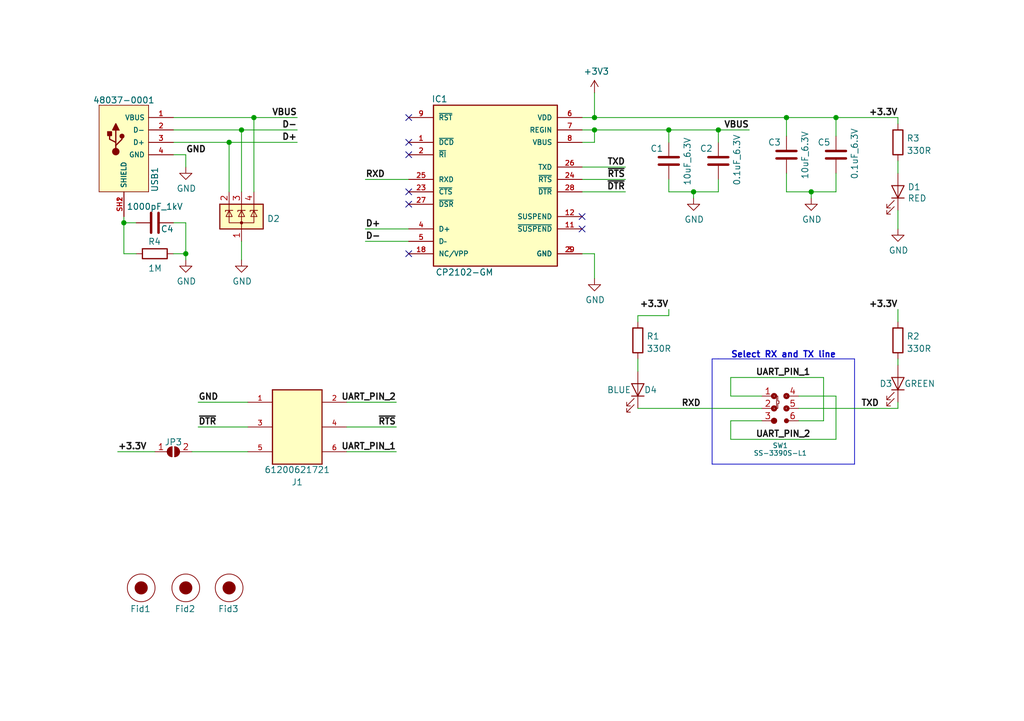
<source format=kicad_sch>
(kicad_sch (version 20230121) (generator eeschema)
  (paper "A5")
  (title_block (title "usb2uart") (date "2020-05-22") (rev "v1.0"))
  (lib_symbols
    (symbol "Bridge_ICs:CP2102-GM" (pin_names (offset 1.016))
      (property "Reference" "IC" (at -12.954 18.3642 0))
      (property "Value" "CP2102-GM" (at -13.1318 -17.3228 0))
      (symbol "CP2102-GM_0_0"
        (rectangle (start -12.7 17.78) (end 12.7 -15.24) (stroke (width 0.254)) (fill (type background)))
        (pin input line (at -17.78 10.16 0) (length 5.08) (name "~{DCD}") (number "1"))
        (pin output line (at 17.78 -7.62 180) (length 5.08) (name "~{SUSPEND}") (number "11"))
        (pin output line (at 17.78 -5.08 180) (length 5.08) (name "SUSPEND") (number "12"))
        (pin bidirectional line (at -17.78 -12.7 0) (length 5.08) (name "NC/VPP") (number "18"))
        (pin input line (at -17.78 7.62 0) (length 5.08) (name "~{RI}") (number "2"))
        (pin input line (at -17.78 0 0) (length 5.08) (name "~{CTS}") (number "23"))
        (pin output line (at 17.78 2.54 180) (length 5.08) (name "~{RTS}") (number "24"))
        (pin input line (at -17.78 2.54 0) (length 5.08) (name "RXD") (number "25"))
        (pin output line (at 17.78 5.08 180) (length 5.08) (name "TXD") (number "26"))
        (pin input line (at -17.78 -2.54 0) (length 5.08) (name "~{DSR}") (number "27"))
        (pin output line (at 17.78 0 180) (length 5.08) (name "~{DTR}") (number "28"))
        (pin power_in line (at 17.78 -12.7 180) (length 5.08) (name "GND") (number "29"))
        (pin power_in line (at 17.78 -12.7 180) (length 5.08) (name "GND") (number "3"))
        (pin bidirectional line (at -17.78 -7.62 0) (length 5.08) (name "D+") (number "4"))
        (pin bidirectional line (at -17.78 -10.16 0) (length 5.08) (name "D–") (number "5"))
        (pin power_in line (at 17.78 15.24 180) (length 5.08) (name "VDD") (number "6"))
        (pin power_in line (at 17.78 12.7 180) (length 5.08) (name "REGIN") (number "7"))
        (pin power_in line (at 17.78 10.16 180) (length 5.08) (name "VBUS") (number "8"))
        (pin bidirectional line (at -17.78 15.24 0) (length 5.08) (name "~{RST}") (number "9"))
      )
    )
    (symbol "CAP_0603:0.1uF_6.3V" (pin_numbers hide) (pin_names (offset 1.016))
      (property "Reference" "C" (at 0 0 0))
      (property "Value" "0.1uF_6.3V" (at 0 0 0))
      (symbol "0.1uF_6.3V_1_1"
        (polyline (pts (xy 2.032 -0.762) (xy -2.032 -0.762)) (stroke (width 0.508)))
        (polyline (pts (xy 2.032 0.762) (xy -2.032 0.762)) (stroke (width 0.508)))
        (pin passive line (at 0 -3.81 90) (length 2.794) (name "~") (number "1"))
        (pin passive line (at 0 3.81 270) (length 2.794) (name "~") (number "2"))
      )
    )
    (symbol "CAP_0603:1000pF_1kV" (pin_numbers hide) (pin_names (offset 1.016))
      (property "Reference" "C" (at 3.81 1.27 0))
      (property "Value" "1000pF_1kV" (at 8.89 -1.27 0))
      (symbol "1000pF_1kV_1_1"
        (polyline (pts (xy 2.032 -0.762) (xy -2.032 -0.762)) (stroke (width 0.508)))
        (polyline (pts (xy 2.032 0.762) (xy -2.032 0.762)) (stroke (width 0.508)))
        (pin passive line (at 0 -3.81 90) (length 2.794) (name "~") (number "1"))
        (pin passive line (at 0 3.81 270) (length 2.794) (name "~") (number "2"))
      )
    )
    (symbol "CAP_0805:10uF_6.3V" (pin_numbers hide) (pin_names (offset 1.016))
      (property "Reference" "C" (at 5.08 1.27 0))
      (property "Value" "10uF_6.3V" (at 10.16 -1.27 0))
      (symbol "10uF_6.3V_1_1"
        (polyline (pts (xy 2.032 -0.762) (xy -2.032 -0.762)) (stroke (width 0.508)))
        (polyline (pts (xy 2.032 0.762) (xy -2.032 0.762)) (stroke (width 0.508)))
        (pin passive line (at 0 -3.81 90) (length 2.794) (name "~") (number "1"))
        (pin passive line (at 0 3.81 270) (length 2.794) (name "~") (number "2"))
      )
    )
    (symbol "Connectors:61200621721" (pin_names (offset 1.016) hide)
      (property "Reference" "J" (at -1.27 11.43 0))
      (property "Value" "61200621721" (at -6.35 8.89 0))
      (symbol "61200621721_0_0"
        (polyline (pts (xy -5.08 -7.62) (xy 5.08 -7.62)) (stroke (width 0.254)))
        (polyline (pts (xy -5.08 7.62) (xy -5.08 -7.62)) (stroke (width 0.254)))
        (polyline (pts (xy 5.08 -7.62) (xy 5.08 7.62)) (stroke (width 0.254)))
        (polyline (pts (xy 5.08 7.62) (xy -5.08 7.62)) (stroke (width 0.254)))
        (pin passive line (at 10.16 -5.08 180) (length 5.08) (name "1") (number "1"))
        (pin passive line (at -10.16 -5.08 0) (length 5.08) (name "2") (number "2"))
        (pin passive line (at 10.16 0 180) (length 5.08) (name "3") (number "3"))
        (pin passive line (at -10.16 0 0) (length 5.08) (name "4") (number "4"))
        (pin passive line (at 10.16 5.08 180) (length 5.08) (name "5") (number "5"))
        (pin passive line (at -10.16 5.08 0) (length 5.08) (name "6") (number "6"))
      )
      (symbol "61200621721_1_1"
        (rectangle (start 5.08 7.62) (end -5.08 -7.62) (fill (type background)))
        (rectangle (start 5.08 7.62) (end 5.08 -7.62))
      )
    )
    (symbol "ESD_protection:SP0503BAHT" (pin_names (offset 1.016))
      (property "Reference" "D" (at 3.81 -2.54 0))
      (property "Value" "SP0503BAHT" (at 1.27 -5.08 0))
      (symbol "SP0503BAHT_0_0"
        (pin passive line (at -0.635 -5.08 90) (length 2.54) (name "") (number "1"))
      )
      (symbol "SP0503BAHT_0_1"
        (rectangle (start -5.08 2.54) (end 3.81 -2.54) (stroke (width 0.254)) (fill (type background)))
        (circle (center -0.635 -1.27) (radius 0.254) (fill (type outline)))
        (polyline (pts (xy -3.175 2.54) (xy -3.175 1.27)))
        (polyline (pts (xy -0.635 -1.27) (xy -0.635 -2.54)))
        (polyline (pts (xy -0.635 -1.27) (xy -0.635 1.27)))
        (polyline (pts (xy -0.635 2.54) (xy -0.635 1.27)))
        (polyline (pts (xy 0 1.27) (xy 0.127 1.27)))
        (polyline (pts (xy 1.905 2.54) (xy 1.905 1.27)))
        (polyline (pts (xy 0 1.27) (xy -1.397 1.27) (xy -1.397 1.016)))
        (polyline (pts (xy -3.937 1.016) (xy -3.937 1.27) (xy -2.54 1.27) (xy -2.413 1.27)))
        (polyline (pts (xy -3.175 1.27) (xy -3.175 -1.27) (xy 1.905 -1.27) (xy 1.905 1.27)))
        (polyline (pts (xy -3.175 1.27) (xy -2.54 0) (xy -3.81 0) (xy -3.175 1.27)))
        (polyline (pts (xy 0 0) (xy -1.27 0) (xy -0.635 1.27) (xy 0 0)))
        (polyline (pts (xy 1.143 1.016) (xy 1.143 1.27) (xy 2.54 1.27) (xy 2.667 1.27)))
        (polyline (pts (xy 1.905 1.27) (xy 1.27 0) (xy 2.54 0) (xy 1.905 1.27)))
      )
      (symbol "SP0503BAHT_1_1"
        (pin passive line (at -3.175 5.08 270) (length 2.54) (name "") (number "2"))
        (pin passive line (at -0.635 5.08 270) (length 2.54) (name "") (number "3"))
        (pin passive line (at 1.905 5.08 270) (length 2.54) (name "") (number "4"))
      )
    )
    (symbol "Fiducial:1.0mm_Mask_2.0mm" (pin_names (offset 1.016))
      (property "Reference" "Fid" (at 1.27 7.62 0))
      (property "Value" "1.0mm_Mask_2.0mm" (at 1.27 7.62 0))
      (symbol "1.0mm_Mask_2.0mm_0_1"
        (circle (center 0 0) (radius 1.27) (fill (type outline)))
        (circle (center 0 0) (radius 2.8448))
      )
    )
    (symbol "Jumper:SolderJumper_2_Open" (pin_names (offset 0) hide)
      (property "Reference" "JP" (at 0 2.032 0))
      (property "Value" "SolderJumper_2_Open" (at 0 -2.54 0))
      (symbol "SolderJumper_2_Open_0_1"
        (arc (start -0.254 1.016) (mid -1.2656 0) (end -0.254 -1.016))
        (arc (start -0.254 1.016) (mid -1.2656 0) (end -0.254 -1.016) (fill (type outline)))
        (polyline (pts (xy -0.254 1.016) (xy -0.254 -1.016)))
        (polyline (pts (xy 0.254 1.016) (xy 0.254 -1.016)))
        (arc (start 0.254 -1.016) (mid 1.2656 0) (end 0.254 1.016))
        (arc (start 0.254 -1.016) (mid 1.2656 0) (end 0.254 1.016) (fill (type outline)))
      )
      (symbol "SolderJumper_2_Open_1_1"
        (pin passive line (at -3.81 0 0) (length 2.54) (name "A") (number "1"))
        (pin passive line (at 3.81 0 180) (length 2.54) (name "B") (number "2"))
      )
    )
    (symbol "RES_0603:1M" (pin_numbers hide) (pin_names (offset 1.016))
      (property "Reference" "R" (at 2.54 1.27 0))
      (property "Value" "1M" (at 3.81 -1.27 0))
      (symbol "1M_1_1"
        (rectangle (start -1.016 -2.54) (end 1.016 2.54) (stroke (width 0.254)))
        (pin passive line (at 0 3.81 270) (length 1.27) (name "~") (number "1"))
        (pin passive line (at 0 -3.81 90) (length 1.27) (name "~") (number "2"))
      )
    )
    (symbol "RES_0603:330R" (pin_numbers hide) (pin_names (offset 1.016))
      (property "Reference" "R" (at 2.54 1.27 0))
      (property "Value" "330R" (at 5.08 -1.27 0))
      (symbol "330R_1_1"
        (rectangle (start -1.016 -2.54) (end 1.016 2.54) (stroke (width 0.254)))
        (pin passive line (at 0 3.81 270) (length 1.27) (name "~") (number "1"))
        (pin passive line (at 0 -3.81 90) (length 1.27) (name "~") (number "2"))
      )
    )
    (symbol "Switches:SS-3390S-L1" (pin_names (offset 1.016))
      (property "Reference" "SW" (at -10.922 21.082 0))
      (property "Value" "SS-3390S-L1" (at 0.508 17.272 0))
      (symbol "SS-3390S-L1_0_1"
        (circle (center -2.54 0) (radius 0.127) (stroke (width 0.508)))
        (circle (center -2.54 2.54) (radius 0.127) (stroke (width 0.508)))
        (polyline (pts (xy -2.54 0.508) (xy 0 0.508) (xy 0 0.762) (xy -1.016 0.762) (xy -1.016 1.016) (xy -1.27 1.016) (xy -1.524 1.016) (xy -1.524 0.762) (xy -2.54 0.762) (xy -2.54 0.508)) (stroke (width 0.1524)))
        (circle (center 0 0) (radius 0.127) (stroke (width 0.508)))
        (circle (center 0 2.54) (radius 0.127) (stroke (width 0.508)))
        (circle (center 2.54 0) (radius 0.0001) (stroke (width 0.508)))
        (circle (center 2.54 0) (radius 0.127) (stroke (width 0.508)))
        (circle (center 2.54 2.54) (radius 0.0001) (stroke (width 0.508)))
      )
      (symbol "SS-3390S-L1_1_1"
        (pin passive line (at -2.54 -2.54 90) (length 2.54) (name "~") (number "1"))
        (pin passive line (at 0 -2.54 90) (length 2.54) (name "~") (number "2"))
        (pin passive line (at 2.54 -2.54 90) (length 2.54) (name "~") (number "3"))
        (pin passive line (at -2.54 5.08 270) (length 2.54) (name "~") (number "4"))
        (pin passive line (at 0 5.08 270) (length 2.54) (name "~") (number "5"))
        (pin passive line (at 2.54 5.08 270) (length 2.54) (name "~") (number "6"))
      )
    )
    (symbol "USB_connector:48037-0001" (pin_names (offset 0.762))
      (property "Reference" "USB" (at 8.89 -8.89 90))
      (property "Value" "48037-0001" (at -5.08 10.16 0))
      (symbol "48037-0001_1_1"
        (rectangle (start -5.08 8.89) (end 5.08 -8.89) (fill (type background)))
        (polyline (pts (xy 1.651 1.27) (xy 1.651 3.81)) (stroke (width 0.254)))
        (polyline (pts (xy 1.016 3.81) (xy 2.286 3.81) (xy 1.651 5.08) (xy 1.016 3.81)) (stroke (width 0.254)) (fill (type outline)))
        (polyline (pts (xy 1.651 0) (xy 1.651 0.635) (xy 0.381 1.905) (xy 0.381 2.54)) (stroke (width 0.254)))
        (polyline (pts (xy 1.651 0.635) (xy 1.651 1.27) (xy 2.921 1.905) (xy 2.921 3.175)) (stroke (width 0.254)))
        (circle (center 0.381 2.54) (radius 0.381) (stroke (width 0.254)) (fill (type outline)))
        (circle (center 1.651 -0.635) (radius 0.635) (stroke (width 0.254)) (fill (type outline)))
        (rectangle (start 2.54 3.429) (end 3.302 2.667) (stroke (width 0.254)) (fill (type outline)))
        (pin passive line (at -10.16 6.35 0) (length 5.08) (name "VBUS") (number "1"))
        (pin passive line (at -10.16 3.81 0) (length 5.08) (name "D-") (number "2"))
        (pin passive line (at -10.16 1.27 0) (length 5.08) (name "D+") (number "3"))
        (pin passive line (at -10.16 -1.27 0) (length 5.08) (name "GND") (number "4"))
        (pin passive line (at 0 -13.97 90) (length 5.08) (name "SHIELD") (number "SH1"))
        (pin passive line (at 0 -13.97 90) (length 5.08) (name "SHIELD") (number "SH2"))
      )
    )
    (symbol "usb2uart-rescue:+3.3V-power-cp2102-rescue" (power) (pin_names (offset 0))
      (property "Value" "+3.3V-power-cp2102-rescue" (at 0 3.556 0))
      (symbol "+3.3V-power-cp2102-rescue_0_1"
        (polyline (pts (xy -0.762 1.27) (xy 0 2.54)))
        (polyline (pts (xy 0 0) (xy 0 2.54)))
        (polyline (pts (xy 0 2.54) (xy 0.762 1.27)))
      )
      (symbol "+3.3V-power-cp2102-rescue_1_1"
        (pin power_in line (at 0 0 90) (length 0) hide (name "+3V3") (number "1"))
      )
    )
    (symbol "usb2uart-rescue:GND-power-cp2102-rescue" (power) (pin_names (offset 0))
      (property "Value" "GND-power-cp2102-rescue" (at 0 -3.81 0))
      (symbol "GND-power-cp2102-rescue_0_1"
        (polyline (pts (xy 0 0) (xy 0 -1.27) (xy 1.27 -1.27) (xy 0 -2.54) (xy -1.27 -1.27) (xy 0 -1.27)))
      )
      (symbol "GND-power-cp2102-rescue_1_1"
        (pin power_in line (at 0 0 270) (length 0) hide (name "GND") (number "1"))
      )
    )
    (symbol "usb2uart-rescue:LED-Device-cp2102-rescue" (pin_numbers hide) (pin_names (offset 1.016) hide)
      (property "Reference" "D" (at 0 2.54 0))
      (property "Value" "LED-Device-cp2102-rescue" (at 0 -2.54 0))
      (symbol "LED-Device-cp2102-rescue_0_1"
        (polyline (pts (xy -1.27 -1.27) (xy -1.27 1.27)) (stroke (width 0.2032)))
        (polyline (pts (xy -1.27 0) (xy 1.27 0)))
        (polyline (pts (xy 1.27 -1.27) (xy 1.27 1.27) (xy -1.27 0) (xy 1.27 -1.27)) (stroke (width 0.2032)))
        (polyline (pts (xy -3.048 -0.762) (xy -4.572 -2.286) (xy -3.81 -2.286) (xy -4.572 -2.286) (xy -4.572 -1.524)))
        (polyline (pts (xy -1.778 -0.762) (xy -3.302 -2.286) (xy -2.54 -2.286) (xy -3.302 -2.286) (xy -3.302 -1.524)))
      )
      (symbol "LED-Device-cp2102-rescue_1_1"
        (pin passive line (at -3.81 0 0) (length 2.54) (name "K") (number "1"))
        (pin passive line (at 3.81 0 180) (length 2.54) (name "A") (number "2"))
      )
    )
  )
  (junction (at 147.32 26.67))
  (junction (at 137.16 26.67))
  (junction (at 121.92 24.13))
  (junction (at 25.4 45.72))
  (junction (at 49.53 26.67))
  (junction (at 161.29 24.13))
  (junction (at 166.37 39.37))
  (junction (at 38.1 52.07))
  (junction (at 46.99 29.21))
  (junction (at 142.24 39.37))
  (junction (at 171.45 24.13))
  (junction (at 52.07 24.13))
  (junction (at 121.92 26.67))
  (no_connect (at 83.82 52.07))
  (no_connect (at 119.38 46.99))
  (no_connect (at 83.82 29.21))
  (no_connect (at 83.82 39.37))
  (no_connect (at 83.82 41.91))
  (no_connect (at 83.82 24.13))
  (no_connect (at 83.82 31.75))
  (no_connect (at 119.38 44.45))
  (wire (pts (xy 35.56 26.67) (xy 49.53 26.67)))
  (wire (pts (xy 40.64 82.55) (xy 50.8 82.55)))
  (wire (pts (xy 119.38 29.21) (xy 121.92 29.21)))
  (wire (pts (xy 52.07 39.37) (xy 52.07 24.13)))
  (wire (pts (xy 161.29 27.94) (xy 161.29 24.13)))
  (wire (pts (xy 38.1 45.72) (xy 38.1 52.07)))
  (wire (pts (xy 149.86 90.17) (xy 171.45 90.17)))
  (wire (pts (xy 38.1 31.75) (xy 38.1 34.29)))
  (wire (pts (xy 119.38 26.67) (xy 121.92 26.67)))
  (wire (pts (xy 119.38 34.29) (xy 128.27 34.29)))
  (wire (pts (xy 163.83 81.28) (xy 171.45 81.28)))
  (wire (pts (xy 71.12 87.63) (xy 81.28 87.63)))
  (wire (pts (xy 35.56 24.13) (xy 52.07 24.13)))
  (wire (pts (xy 50.8 92.71) (xy 39.37 92.71)))
  (wire (pts (xy 71.12 82.55) (xy 81.28 82.55)))
  (wire (pts (xy 49.53 49.53) (xy 49.53 53.34)))
  (wire (pts (xy 137.16 29.21) (xy 137.16 26.67)))
  (polyline (pts (xy 147.32 73.66) (xy 175.26 73.66)))
  (wire (pts (xy 161.29 35.56) (xy 161.29 39.37)))
  (wire (pts (xy 147.32 36.83) (xy 147.32 39.37)))
  (wire (pts (xy 25.4 52.07) (xy 27.94 52.07)))
  (wire (pts (xy 49.53 39.37) (xy 49.53 26.67)))
  (wire (pts (xy 121.92 24.13) (xy 161.29 24.13)))
  (wire (pts (xy 163.83 86.36) (xy 168.91 86.36)))
  (wire (pts (xy 184.15 63.5) (xy 184.15 66.04)))
  (wire (pts (xy 149.86 86.36) (xy 149.86 90.17)))
  (wire (pts (xy 35.56 45.72) (xy 38.1 45.72)))
  (wire (pts (xy 46.99 29.21) (xy 60.96 29.21)))
  (wire (pts (xy 49.53 26.67) (xy 60.96 26.67)))
  (wire (pts (xy 137.16 36.83) (xy 137.16 39.37)))
  (wire (pts (xy 184.15 46.99) (xy 184.15 43.18)))
  (wire (pts (xy 119.38 52.07) (xy 121.92 52.07)))
  (wire (pts (xy 171.45 39.37) (xy 171.45 35.56)))
  (wire (pts (xy 25.4 44.45) (xy 25.4 45.72)))
  (wire (pts (xy 130.81 64.77) (xy 137.16 64.77)))
  (wire (pts (xy 50.8 87.63) (xy 40.64 87.63)))
  (wire (pts (xy 184.15 35.56) (xy 184.15 33.02)))
  (wire (pts (xy 25.4 45.72) (xy 27.94 45.72)))
  (polyline (pts (xy 146.05 95.25) (xy 146.05 73.66)))
  (wire (pts (xy 156.21 86.36) (xy 149.86 86.36)))
  (wire (pts (xy 121.92 26.67) (xy 137.16 26.67)))
  (wire (pts (xy 121.92 19.05) (xy 121.92 24.13)))
  (wire (pts (xy 35.56 29.21) (xy 46.99 29.21)))
  (wire (pts (xy 31.75 92.71) (xy 24.13 92.71)))
  (wire (pts (xy 184.15 83.82) (xy 184.15 82.55)))
  (wire (pts (xy 38.1 52.07) (xy 38.1 53.34)))
  (wire (pts (xy 121.92 29.21) (xy 121.92 26.67)))
  (wire (pts (xy 184.15 24.13) (xy 184.15 25.4)))
  (wire (pts (xy 119.38 24.13) (xy 121.92 24.13)))
  (wire (pts (xy 71.12 92.71) (xy 81.28 92.71)))
  (wire (pts (xy 147.32 26.67) (xy 153.67 26.67)))
  (wire (pts (xy 168.91 86.36) (xy 168.91 77.47)))
  (wire (pts (xy 166.37 39.37) (xy 171.45 39.37)))
  (wire (pts (xy 83.82 36.83) (xy 74.93 36.83)))
  (wire (pts (xy 161.29 24.13) (xy 171.45 24.13)))
  (wire (pts (xy 156.21 81.28) (xy 149.86 81.28)))
  (wire (pts (xy 52.07 24.13) (xy 60.96 24.13)))
  (wire (pts (xy 166.37 40.64) (xy 166.37 39.37)))
  (wire (pts (xy 184.15 73.66) (xy 184.15 74.93)))
  (wire (pts (xy 161.29 39.37) (xy 166.37 39.37)))
  (wire (pts (xy 121.92 52.07) (xy 121.92 57.15)))
  (wire (pts (xy 142.24 39.37) (xy 147.32 39.37)))
  (wire (pts (xy 137.16 39.37) (xy 142.24 39.37)))
  (wire (pts (xy 119.38 39.37) (xy 128.27 39.37)))
  (wire (pts (xy 130.81 73.66) (xy 130.81 76.2)))
  (wire (pts (xy 83.82 46.99) (xy 74.93 46.99)))
  (wire (pts (xy 35.56 52.07) (xy 38.1 52.07)))
  (wire (pts (xy 35.56 31.75) (xy 38.1 31.75)))
  (wire (pts (xy 25.4 45.72) (xy 25.4 52.07)))
  (wire (pts (xy 171.45 27.94) (xy 171.45 24.13)))
  (wire (pts (xy 130.81 83.82) (xy 156.21 83.82)))
  (wire (pts (xy 83.82 49.53) (xy 74.93 49.53)))
  (wire (pts (xy 46.99 39.37) (xy 46.99 29.21)))
  (wire (pts (xy 142.24 40.64) (xy 142.24 39.37)))
  (wire (pts (xy 149.86 77.47) (xy 168.91 77.47)))
  (wire (pts (xy 171.45 24.13) (xy 184.15 24.13)))
  (wire (pts (xy 137.16 26.67) (xy 147.32 26.67)))
  (polyline (pts (xy 175.26 95.25) (xy 146.05 95.25)))
  (wire (pts (xy 119.38 36.83) (xy 128.27 36.83)))
  (wire (pts (xy 147.32 29.21) (xy 147.32 26.67)))
  (wire (pts (xy 149.86 77.47) (xy 149.86 81.28)))
  (polyline (pts (xy 175.26 73.66) (xy 175.26 95.25)))
  (wire (pts (xy 130.81 64.77) (xy 130.81 66.04)))
  (polyline (pts (xy 146.05 73.66) (xy 147.32 73.66)))
  (wire (pts (xy 137.16 64.77) (xy 137.16 63.5)))
  (wire (pts (xy 171.45 81.28) (xy 171.45 90.17)))
  (wire (pts (xy 163.83 83.82) (xy 184.15 83.82)))
  (text "Select RX and TX line" (at 149.86 73.66 0) (effects (font (size 1.27 1.27) (thickness 0.254) bold) (justify left bottom)))
  (label "UART_PIN_1" (at 81.28 92.71 180) (effects (font (thickness 0.254) bold)))
  (label "UART_PIN_1" (at 154.94 77.47 0) (effects (font (thickness 0.254) bold)))
  (label "UART_PIN_2" (at 81.28 82.55 180) (effects (font (thickness 0.254) bold)))
  (label "RXD" (at 139.7 83.82 0) (effects (font (thickness 0.254) bold)))
  (label "D-" (at 60.96 26.67 180) (effects (font (thickness 0.254) bold)))
  (label "VBUS" (at 60.96 24.13 180) (effects (font (thickness 0.254) bold)))
  (label "~{DTR}" (at 40.64 87.63 0) (effects (font (thickness 0.254) bold)))
  (label "~{RTS}" (at 128.27 36.83 180) (effects (font (thickness 0.254) bold)))
  (label "~{DTR}" (at 128.27 39.37 180) (effects (font (thickness 0.254) bold)))
  (label "TXD" (at 128.27 34.29 180) (effects (font (thickness 0.254) bold)))
  (label "+3.3V" (at 184.15 63.5 180) (effects (font (thickness 0.254) bold)))
  (label "+3.3V" (at 24.13 92.71 0) (effects (font (thickness 0.254) bold)))
  (label "+3.3V" (at 137.16 63.5 180) (effects (font (thickness 0.254) bold)))
  (label "D-" (at 74.93 49.53 0) (effects (font (thickness 0.254) bold)))
  (label "D+" (at 74.93 46.99 0) (effects (font (thickness 0.254) bold)))
  (label "+3.3V" (at 184.15 24.13 180) (effects (font (thickness 0.254) bold)))
  (label "~{RTS}" (at 81.28 87.63 180) (effects (font (thickness 0.254) bold)))
  (label "GND" (at 40.64 82.55 0) (effects (font (thickness 0.254) bold)))
  (label "GND" (at 38.1 31.75 0) (effects (font (thickness 0.254) bold)))
  (label "D+" (at 60.96 29.21 180) (effects (font (thickness 0.254) bold)))
  (label "RXD" (at 74.93 36.83 0) (effects (font (thickness 0.254) bold)))
  (label "VBUS" (at 153.67 26.67 180) (effects (font (thickness 0.254) bold)))
  (label "UART_PIN_2" (at 154.94 90.17 0) (effects (font (thickness 0.254) bold)))
  (label "TXD" (at 180.34 83.82 180) (effects (font (thickness 0.254) bold)))
  (symbol (lib_id "usb2uart-rescue:GND-power-cp2102-rescue") (at 38.1 53.34 0) (unit 1)
    (property "Reference" "#PWR02" (effects hide))
    (property "Value" "GND" (at 38.227 57.7342 0))
  )
  (symbol (lib_id "usb2uart-rescue:GND-power-cp2102-rescue") (at 121.92 57.15 0) (unit 1)
    (property "Reference" "#PWR05" (effects hide))
    (property "Value" "GND" (at 122.047 61.5442 0))
  )
  (symbol (lib_id "usb2uart-rescue:GND-power-cp2102-rescue") (at 184.15 46.99 0) (unit 1)
    (property "Reference" "#PWR013" (effects hide))
    (property "Value" "GND" (at 184.277 51.3842 0))
  )
  (symbol (lib_id "usb2uart-rescue:LED-Device-cp2102-rescue") (at 184.15 39.37 270) (mirror x) (unit 1)
    (property "Reference" "D1" (at 186.1312 38.3794 90) (effects (justify left)))
    (property "Value" "RED" (at 186.1312 40.6908 90) (effects (justify left)))
    (property "Footprint" "LED_SMD:LED_0603_1608Metric" (effects hide))
    (property "MPN" "155060RS73200" (effects hide))
  )
  (symbol (lib_id "RES_0603:1M") (at 31.75 52.07 270) (unit 1)
    (property "Reference" "R4" (at 31.6992 49.5808 90))
    (property "Value" "1M" (at 31.8008 55.0672 90))
    (property "Footprint" "f:0603" (effects hide))
    (property "Datasheet" "https://eu.mouser.com/datasheet/2/447/PYu-RC_Group_51_RoHS_L_10-1664068.pdf" (effects hide))
    (property "MPN" "RN73R1JTTD1004F50" (effects hide))
    (property "MOUSER PN" "660-RN73R1JTD1004F50" (effects hide))
  )
  (symbol (lib_id "Bridge_ICs:CP2102-GM") (at 101.6 39.37 0) (unit 1)
    (property "Reference" "IC1" (at 90.17 20.32 0))
    (property "Value" "CP2102-GM" (at 95.25 55.88 0))
    (property "Footprint" "f:QFN-28" (effects hide))
    (property "Datasheet" "https://eu.mouser.com/datasheet/2/368/CP2102-9-1397909.pdf" (effects hide))
    (property "MPN" "CP2102-GM" (effects hide))
    (property "MOUSER PN" "634-CP2102-GM" (effects hide))
  )
  (symbol (lib_id "usb2uart-rescue:GND-power-cp2102-rescue") (at 38.1 34.29 0) (unit 1)
    (property "Reference" "#PWR0101" (effects hide))
    (property "Value" "GND" (at 38.227 38.6842 0))
  )
  (symbol (lib_id "usb2uart-rescue:GND-power-cp2102-rescue") (at 142.24 40.64 0) (unit 1)
    (property "Reference" "#PWR0102" (effects hide))
    (property "Value" "GND" (at 142.367 45.0342 0))
  )
  (symbol (lib_id "usb2uart-rescue:+3.3V-power-cp2102-rescue") (at 121.92 19.05 0) (unit 1)
    (property "Reference" "#PWR0103" (effects hide))
    (property "Value" "+3.3V" (at 122.301 14.6558 0))
  )
  (symbol (lib_id "usb2uart-rescue:GND-power-cp2102-rescue") (at 166.37 40.64 0) (unit 1)
    (property "Reference" "#PWR0104" (effects hide))
    (property "Value" "GND" (at 166.497 45.0342 0))
  )
  (symbol (lib_id "CAP_0805:10uF_6.3V") (at 137.16 33.02 0) (unit 1)
    (property "Reference" "C1" (at 133.35 30.48 0) (effects (justify left)))
    (property "Value" "10uF_6.3V" (at 140.97 38.1 90) (effects (justify left)))
    (property "Footprint" "f:0805" (effects hide))
    (property "Datasheet" "https://www.mouser.com/datasheet/2/396/mlcc02_e-1307760.pdf" (effects hide))
    (property "MPN" "JMK212ABJ106MG-T" (effects hide))
    (property "MOUSER PN" "963-JMK212ABJ106MG-T" (effects hide))
  )
  (symbol (lib_id "CAP_0805:10uF_6.3V") (at 161.29 31.75 0) (unit 1)
    (property "Reference" "C3" (at 157.48 29.21 0) (effects (justify left)))
    (property "Value" "10uF_6.3V" (at 165.1 36.83 90) (effects (justify left)))
    (property "Footprint" "f:0805" (effects hide))
    (property "Datasheet" "https://www.mouser.com/datasheet/2/396/mlcc02_e-1307760.pdf" (effects hide))
    (property "MPN" "JMK212ABJ106MG-T" (effects hide))
    (property "MOUSER PN" "963-JMK212ABJ106MG-T" (effects hide))
  )
  (symbol (lib_id "CAP_0603:0.1uF_6.3V") (at 147.32 33.02 0) (unit 1)
    (property "Reference" "C2" (at 143.51 30.48 0) (effects (justify left)))
    (property "Value" "0.1uF_6.3V" (at 151.13 38.1 90) (effects (justify left)))
    (property "Footprint" "f:0603" (effects hide))
    (property "Datasheet" "https://eu.mouser.com/datasheet/2/40/cx5r-776519.pdf" (effects hide))
    (property "MPN" "06036D104KAT2A" (effects hide))
    (property "MOUSER PN" "581-06036D104KAT2A" (effects hide))
  )
  (symbol (lib_id "CAP_0603:0.1uF_6.3V") (at 171.45 31.75 0) (unit 1)
    (property "Reference" "C5" (at 167.64 29.21 0) (effects (justify left)))
    (property "Value" "0.1uF_6.3V" (at 175.26 36.83 90) (effects (justify left)))
    (property "Footprint" "f:0603" (effects hide))
    (property "Datasheet" "https://eu.mouser.com/datasheet/2/40/cx5r-776519.pdf" (effects hide))
    (property "MPN" "06036D104KAT2A" (effects hide))
    (property "MOUSER PN" "581-06036D104KAT2A" (effects hide))
  )
  (symbol (lib_id "Connectors:61200621721") (at 60.96 87.63 180) (unit 1)
    (property "Reference" "J1" (at 60.96 98.9498 0))
    (property "Value" "61200621721" (at 60.96 96.4129 0))
    (property "Footprint" "f:61200621721" (effects hide))
    (property "Datasheet" "https://eu.mouser.com/datasheet/2/445/61200621721-1717767.pdf" (effects hide))
    (property "MPN" "61200621721" (effects hide))
    (property "Mouser PN" "710-61200621721" (effects hide))
  )
  (symbol (lib_id "CAP_0603:1000pF_1kV") (at 31.75 45.72 270) (unit 1)
    (property "Reference" "C4" (at 34.29 46.99 90))
    (property "Value" "1000pF_1kV" (at 31.75 42.3981 90))
    (property "Footprint" "f:0603" (effects hide))
    (property "Datasheet" "https://eu.mouser.com/datasheet/2/212/KEM_C1034_X7R_HV_ARC_SMD-1101730.pdf" (effects hide))
    (property "MPN" "C0603V102KDRACTU" (effects hide))
    (property "MOUSER PN" "80-C0603V102KDR" (effects hide))
  )
  (symbol (lib_id "ESD_protection:SP0503BAHT") (at 50.165 44.45 0) (unit 1)
    (property "Reference" "D2" (at 54.737 44.8838 0) (effects (justify left)))
    (property "Value" "SP0503BAHT" (effects hide))
    (property "Footprint" "f:SOT-143-4" (effects hide))
    (property "Datasheet" "https://eu.mouser.com/datasheet/2/240/SP05xxBA-1372582.pdf" (effects hide))
    (property "MPN" "SP0503BAHT" (effects hide))
    (property "Mouser PN" "576-SP0503BAHT" (effects hide))
  )
  (symbol (lib_id "Fiducial:1.0mm_Mask_2.0mm") (at 28.956 120.65 0) (unit 1)
    (property "Reference" "Fid1" (at 26.67 124.968 0) (effects (justify left)))
    (property "Value" "1.0mm_Mask_2.0mm" (effects hide))
    (property "Footprint" "f:Fiducial_1mm_Mask2mm" (effects hide))
  )
  (symbol (lib_id "USB_connector:48037-0001") (at 25.4 30.48 0) (mirror y) (unit 1)
    (property "Reference" "USB1" (at 31.75 36.83 90))
    (property "Value" "48037-0001" (at 25.4 20.5541 0))
    (property "Footprint" "f:USB_48037-0001" (effects hide))
    (property "Datasheet" "https://eu.mouser.com/datasheet/2/276/0480370001_IO_CONNECTORS-146395.pdf" (effects hide))
    (property "MPN" "48037-0001" (effects hide))
    (property "Mouser PN" "538-48037-0001" (effects hide))
  )
  (symbol (lib_id "usb2uart-rescue:LED-Device-cp2102-rescue") (at 184.15 78.74 270) (mirror x) (unit 1)
    (property "Reference" "D3" (at 180.34 78.74 90) (effects (justify left)))
    (property "Value" "GREEN" (at 185.42 78.74 90) (effects (justify left)))
    (property "Footprint" "LED_SMD:LED_0603_1608Metric" (effects hide))
    (property "MPN" "155060VS73200" (effects hide))
  )
  (symbol (lib_id "RES_0603:330R") (at 184.15 29.21 0) (unit 1)
    (property "Reference" "R3" (at 185.928 28.3753 0) (effects (justify left)))
    (property "Value" "330R" (at 185.928 30.9122 0) (effects (justify left)))
    (property "Footprint" "f:0603" (effects hide))
    (property "Datasheet" "https://eu.mouser.com/datasheet/2/447/PYu_AC_51_RoHS_L_7-1714230.pdf" (effects hide))
    (property "MPN" "AC0603FR-10330RL" (effects hide))
    (property "MOUSER PN" "603-AC0603FR-10330RL" (effects hide))
  )
  (symbol (lib_id "usb2uart-rescue:GND-power-cp2102-rescue") (at 49.53 53.34 0) (unit 1)
    (property "Reference" "#PWR01" (effects hide))
    (property "Value" "GND" (at 49.657 57.7342 0))
  )
  (symbol (lib_id "Fiducial:1.0mm_Mask_2.0mm") (at 38.1 120.65 0) (unit 1)
    (property "Reference" "Fid2" (at 35.814 124.968 0) (effects (justify left)))
    (property "Value" "1.0mm_Mask_2.0mm" (effects hide))
    (property "Footprint" "f:Fiducial_1mm_Mask2mm" (effects hide))
  )
  (symbol (lib_id "usb2uart-rescue:LED-Device-cp2102-rescue") (at 130.81 80.01 270) (mirror x) (unit 1)
    (property "Reference" "D4" (at 132.08 80.01 90) (effects (justify left)))
    (property "Value" "BLUE" (at 124.46 80.01 90) (effects (justify left)))
    (property "Footprint" "LED_SMD:LED_0603_1608Metric" (effects hide))
    (property "MPN" "155060BS73200" (effects hide))
  )
  (symbol (lib_id "RES_0603:330R") (at 130.81 69.85 0) (unit 1)
    (property "Reference" "R1" (at 132.588 69.0153 0) (effects (justify left)))
    (property "Value" "330R" (at 132.588 71.5522 0) (effects (justify left)))
    (property "Footprint" "f:0603" (effects hide))
    (property "Datasheet" "https://eu.mouser.com/datasheet/2/447/PYu_AC_51_RoHS_L_7-1714230.pdf" (effects hide))
    (property "MPN" "AC0603FR-10330RL" (effects hide))
    (property "MOUSER PN" "603-AC0603FR-10330RL" (effects hide))
  )
  (symbol (lib_id "RES_0603:330R") (at 184.15 69.85 0) (unit 1)
    (property "Reference" "R2" (at 185.928 69.0153 0) (effects (justify left)))
    (property "Value" "330R" (at 185.928 71.5522 0) (effects (justify left)))
    (property "Footprint" "f:0603" (effects hide))
    (property "Datasheet" "https://eu.mouser.com/datasheet/2/447/PYu_AC_51_RoHS_L_7-1714230.pdf" (effects hide))
    (property "MPN" "AC0603FR-10330RL" (effects hide))
    (property "MOUSER PN" "603-AC0603FR-10330RL" (effects hide))
  )
  (symbol (lib_id "Jumper:SolderJumper_2_Open") (at 35.56 92.71 0) (unit 1)
    (property "Reference" "JP3" (at 35.56 90.7321 0))
    (property "Value" "SolderJumper_2_Open" (effects hide))
    (property "Footprint" "f:SolderJumper-2_P1.3mm_Open_Pad1.0x1.5mm" (effects hide))
  )
  (symbol (lib_id "Fiducial:1.0mm_Mask_2.0mm") (at 46.99 120.65 0) (unit 1)
    (property "Reference" "Fid3" (at 44.704 124.968 0) (effects (justify left)))
    (property "Value" "1.0mm_Mask_2.0mm" (effects hide))
    (property "Footprint" "f:Fiducial_1mm_Mask2mm" (effects hide))
  )
  (symbol (lib_id "Switches:SS-3390S-L1") (at 158.75 83.82 270) (unit 1)
    (property "Reference" "SW1" (at 160.02 91.44 90) (effects (font (size 0.9906 0.9906))))
    (property "Value" "SS-3390S-L1" (at 160.02 92.9942 90) (effects (font (size 0.9906 0.9906))))
    (property "Footprint" "f:SS-33905-1" (effects hide))
    (property "Datasheet" "https://datasheet.lcsc.com/lcsc/2110151630_XKB-Connectivity-SS-3390S-L1_C318998.pdf" (effects hide))
    (property "MPN" "SS-3390S-L1" (effects hide))
  )
)
</source>
